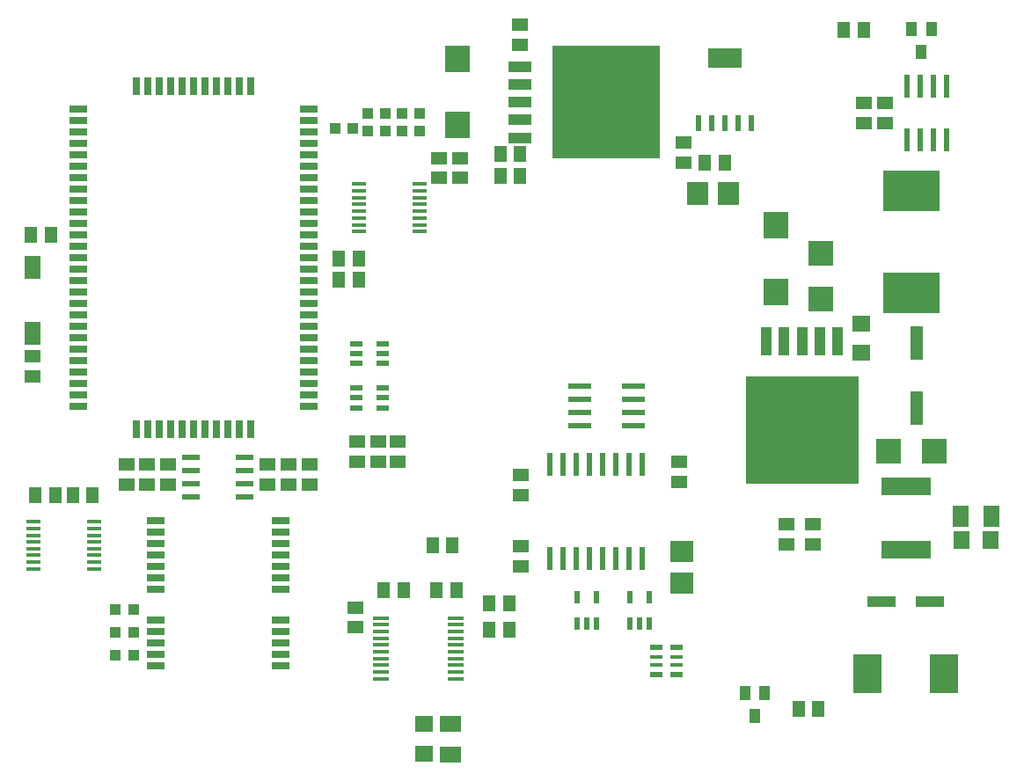
<source format=gtp>
G75*
%MOIN*%
%OFA0B0*%
%FSLAX24Y24*%
%IPPOS*%
%LPD*%
%AMOC8*
5,1,8,0,0,1.08239X$1,22.5*
%
%ADD10R,0.0945X0.0945*%
%ADD11R,0.2126X0.1575*%
%ADD12R,0.0945X0.1024*%
%ADD13R,0.1102X0.1496*%
%ADD14R,0.0512X0.1299*%
%ADD15R,0.0591X0.0512*%
%ADD16R,0.0591X0.0787*%
%ADD17R,0.0630X0.0710*%
%ADD18R,0.4252X0.4098*%
%ADD19R,0.0420X0.1050*%
%ADD20R,0.0709X0.0315*%
%ADD21R,0.0315X0.0709*%
%ADD22R,0.0512X0.0591*%
%ADD23R,0.0591X0.0157*%
%ADD24R,0.0394X0.0551*%
%ADD25R,0.0453X0.0173*%
%ADD26R,0.0453X0.0248*%
%ADD27R,0.0787X0.0591*%
%ADD28R,0.0710X0.0630*%
%ADD29R,0.4098X0.4252*%
%ADD30R,0.0850X0.0420*%
%ADD31R,0.0394X0.0433*%
%ADD32R,0.0630X0.0906*%
%ADD33R,0.0220X0.0900*%
%ADD34R,0.0866X0.0787*%
%ADD35R,0.0787X0.0866*%
%ADD36R,0.0220X0.0500*%
%ADD37R,0.0580X0.0140*%
%ADD38R,0.0709X0.0630*%
%ADD39R,0.0591X0.0472*%
%ADD40R,0.0500X0.0220*%
%ADD41R,0.0870X0.0240*%
%ADD42R,0.0236X0.0866*%
%ADD43R,0.0630X0.0512*%
%ADD44R,0.1102X0.0394*%
%ADD45R,0.1850X0.0689*%
%ADD46R,0.0433X0.0394*%
%ADD47R,0.0240X0.0640*%
%ADD48R,0.1250X0.0730*%
%ADD49R,0.0670X0.0210*%
D10*
X038789Y020648D03*
X038789Y022380D03*
X041356Y014884D03*
X043088Y014884D03*
D11*
X042216Y020888D03*
X042216Y024746D03*
D12*
X037080Y023443D03*
X037080Y020923D03*
X025023Y027242D03*
X025023Y029762D03*
D13*
X040549Y006439D03*
X043462Y006439D03*
D14*
X042423Y016528D03*
X042423Y018988D03*
D15*
X033423Y014483D03*
X033423Y013734D03*
X027411Y013983D03*
X027411Y013234D03*
X027411Y011274D03*
X027411Y010526D03*
X021165Y008955D03*
X021165Y008207D03*
X019407Y013624D03*
X018620Y013624D03*
X018620Y014372D03*
X019407Y014372D03*
X017832Y014372D03*
X017832Y013624D03*
X021218Y014502D03*
X021218Y015250D03*
X014053Y014372D03*
X014053Y013624D03*
X013265Y013624D03*
X012478Y013624D03*
X012478Y014372D03*
X013265Y014372D03*
X008923Y017734D03*
X008923Y018483D03*
X024303Y025248D03*
X024303Y025996D03*
X025104Y025996D03*
X025104Y025248D03*
X027387Y030294D03*
X027387Y031043D03*
X033598Y026573D03*
X033598Y025825D03*
X040431Y027325D03*
X040431Y028073D03*
D16*
X044082Y012408D03*
X045263Y012408D03*
D17*
X045233Y011508D03*
X044113Y011508D03*
D18*
X038069Y015675D03*
D19*
X038069Y019055D03*
X038739Y019055D03*
X039409Y019055D03*
X037399Y019055D03*
X036729Y019055D03*
D20*
X019393Y019177D03*
X019393Y018744D03*
X019393Y018311D03*
X019393Y017878D03*
X019393Y017445D03*
X019393Y017012D03*
X019393Y016579D03*
X019393Y019610D03*
X019393Y020043D03*
X019393Y020476D03*
X019393Y020909D03*
X019393Y021342D03*
X019393Y021775D03*
X019393Y022209D03*
X019393Y022642D03*
X019393Y023075D03*
X019393Y023508D03*
X019393Y023941D03*
X019393Y024374D03*
X019393Y024807D03*
X019393Y025240D03*
X019393Y025673D03*
X019393Y026106D03*
X019393Y026539D03*
X019393Y026972D03*
X019393Y027405D03*
X019393Y027838D03*
X010653Y027838D03*
X010653Y027405D03*
X010653Y026972D03*
X010653Y026539D03*
X010653Y026106D03*
X010653Y025673D03*
X010653Y025240D03*
X010653Y024807D03*
X010653Y024374D03*
X010653Y023941D03*
X010653Y023508D03*
X010653Y023075D03*
X010653Y022642D03*
X010653Y022209D03*
X010653Y021775D03*
X010653Y021342D03*
X010653Y020909D03*
X010653Y020476D03*
X010653Y020043D03*
X010653Y019610D03*
X010653Y019177D03*
X010653Y018744D03*
X010653Y018311D03*
X010653Y017878D03*
X010653Y017445D03*
X010653Y017012D03*
X010653Y016579D03*
X013580Y012266D03*
X013580Y011833D03*
X013580Y011400D03*
X013580Y010967D03*
X013580Y010534D03*
X013580Y010101D03*
X013580Y009668D03*
X013580Y008486D03*
X013580Y008053D03*
X013580Y007620D03*
X013580Y007187D03*
X013580Y006754D03*
X018305Y006754D03*
X018305Y007187D03*
X018305Y007620D03*
X018305Y008053D03*
X018305Y008486D03*
X018305Y009668D03*
X018305Y010101D03*
X018305Y010534D03*
X018305Y010967D03*
X018305Y011400D03*
X018305Y011833D03*
X018305Y012266D03*
D21*
X017188Y015712D03*
X016755Y015712D03*
X016322Y015712D03*
X015889Y015712D03*
X015456Y015712D03*
X015023Y015712D03*
X014590Y015712D03*
X014157Y015712D03*
X013724Y015712D03*
X013291Y015712D03*
X012857Y015712D03*
X012857Y028705D03*
X013291Y028705D03*
X013724Y028705D03*
X014157Y028705D03*
X014590Y028705D03*
X015023Y028705D03*
X015456Y028705D03*
X015889Y028705D03*
X016322Y028705D03*
X016755Y028705D03*
X017188Y028705D03*
D22*
X009612Y023085D03*
X008864Y023085D03*
X020529Y022187D03*
X021277Y022187D03*
X021277Y021400D03*
X020529Y021400D03*
X026649Y025337D03*
X027397Y025337D03*
X027397Y026140D03*
X026649Y026140D03*
X034387Y025809D03*
X035135Y025809D03*
X039663Y030849D03*
X040411Y030849D03*
X024828Y011313D03*
X024080Y011313D03*
X024230Y009609D03*
X024978Y009609D03*
X026230Y009109D03*
X026978Y009109D03*
X026978Y008109D03*
X026230Y008109D03*
X022978Y009609D03*
X022230Y009609D03*
X011198Y013211D03*
X010450Y013211D03*
X009781Y013211D03*
X009033Y013211D03*
X037935Y005116D03*
X038683Y005116D03*
D23*
X024965Y006262D03*
X024965Y006518D03*
X024965Y006773D03*
X024965Y007029D03*
X024965Y007285D03*
X024965Y007541D03*
X024965Y007797D03*
X024965Y008053D03*
X024965Y008309D03*
X024965Y008565D03*
X022111Y008565D03*
X022111Y008309D03*
X022111Y008053D03*
X022111Y007797D03*
X022111Y007541D03*
X022111Y007285D03*
X022111Y007029D03*
X022111Y006773D03*
X022111Y006518D03*
X022111Y006262D03*
D24*
X035915Y005734D03*
X036663Y005734D03*
X036289Y004868D03*
X042596Y030022D03*
X042222Y030888D03*
X042970Y030888D03*
D25*
X033322Y007089D03*
X033322Y006774D03*
X032555Y006774D03*
X032555Y007089D03*
D26*
X032555Y007441D03*
X033322Y007441D03*
X033322Y006421D03*
X032555Y006421D03*
D27*
X024750Y004569D03*
X024750Y003388D03*
D28*
X023750Y003419D03*
X023750Y004538D03*
D29*
X030667Y028109D03*
D30*
X027387Y028109D03*
X027387Y028779D03*
X027387Y029449D03*
X027387Y027439D03*
X027387Y026769D03*
D31*
X012065Y007148D03*
X012734Y007148D03*
X012734Y008014D03*
X012065Y008014D03*
X020388Y027109D03*
X021057Y027109D03*
X021623Y027024D03*
X022273Y027024D03*
X022273Y027693D03*
X021623Y027693D03*
X022923Y027693D03*
X023573Y027693D03*
X023573Y027024D03*
X022923Y027024D03*
D32*
X008923Y021849D03*
X008923Y019368D03*
D33*
X028504Y014389D03*
X029004Y014389D03*
X029504Y014389D03*
X030004Y014389D03*
X030504Y014389D03*
X031004Y014389D03*
X031504Y014389D03*
X032004Y014389D03*
X032004Y010829D03*
X031504Y010829D03*
X031004Y010829D03*
X030504Y010829D03*
X030004Y010829D03*
X029504Y010829D03*
X029004Y010829D03*
X028504Y010829D03*
D34*
X033531Y011075D03*
X033531Y009894D03*
D35*
X034108Y024652D03*
X035289Y024652D03*
D36*
X032293Y009369D03*
X031553Y009369D03*
X031553Y008349D03*
X031923Y008349D03*
X032293Y008349D03*
X030293Y008349D03*
X029923Y008349D03*
X029553Y008349D03*
X029553Y009369D03*
X030293Y009369D03*
D37*
X023573Y023209D03*
X023573Y023469D03*
X023573Y023729D03*
X023573Y023979D03*
X023573Y024239D03*
X023573Y024489D03*
X023573Y024749D03*
X023573Y025009D03*
X021273Y025009D03*
X021273Y024749D03*
X021273Y024489D03*
X021273Y024239D03*
X021273Y023979D03*
X021273Y023729D03*
X021273Y023469D03*
X021273Y023209D03*
X011266Y012221D03*
X011266Y011961D03*
X011266Y011701D03*
X011266Y011451D03*
X011266Y011191D03*
X011266Y010941D03*
X011266Y010681D03*
X011266Y010421D03*
X008966Y010421D03*
X008966Y010681D03*
X008966Y010941D03*
X008966Y011191D03*
X008966Y011451D03*
X008966Y011701D03*
X008966Y011961D03*
X008966Y012221D03*
D38*
X040324Y018624D03*
X040324Y019727D03*
D39*
X038492Y012128D03*
X038492Y011341D03*
X037492Y011341D03*
X037492Y012128D03*
X022752Y014483D03*
X022002Y014483D03*
X022002Y015270D03*
X022752Y015270D03*
D40*
X022197Y016534D03*
X022197Y016904D03*
X022197Y017274D03*
X021177Y017274D03*
X021177Y016904D03*
X021177Y016534D03*
X021177Y018219D03*
X021177Y018589D03*
X021177Y018959D03*
X022197Y018959D03*
X022197Y018589D03*
X022197Y018219D03*
D41*
X029637Y017347D03*
X029637Y016847D03*
X029637Y016347D03*
X029637Y015847D03*
X031697Y015847D03*
X031697Y016347D03*
X031697Y016847D03*
X031697Y017347D03*
D42*
X042043Y026675D03*
X042543Y026675D03*
X043043Y026675D03*
X043543Y026675D03*
X043543Y028723D03*
X043043Y028723D03*
X042543Y028723D03*
X042043Y028723D03*
D43*
X041218Y028093D03*
X041218Y027305D03*
D44*
X041080Y009195D03*
X042931Y009195D03*
D45*
X042006Y011164D03*
X042006Y013546D03*
D46*
X012734Y008880D03*
X012065Y008880D03*
D47*
X034155Y027305D03*
X034655Y027305D03*
X035155Y027305D03*
X035655Y027305D03*
X036155Y027305D03*
D48*
X035155Y029775D03*
D49*
X016963Y014670D03*
X016963Y014170D03*
X016963Y013670D03*
X016963Y013170D03*
X014923Y013170D03*
X014923Y013670D03*
X014923Y014170D03*
X014923Y014670D03*
M02*

</source>
